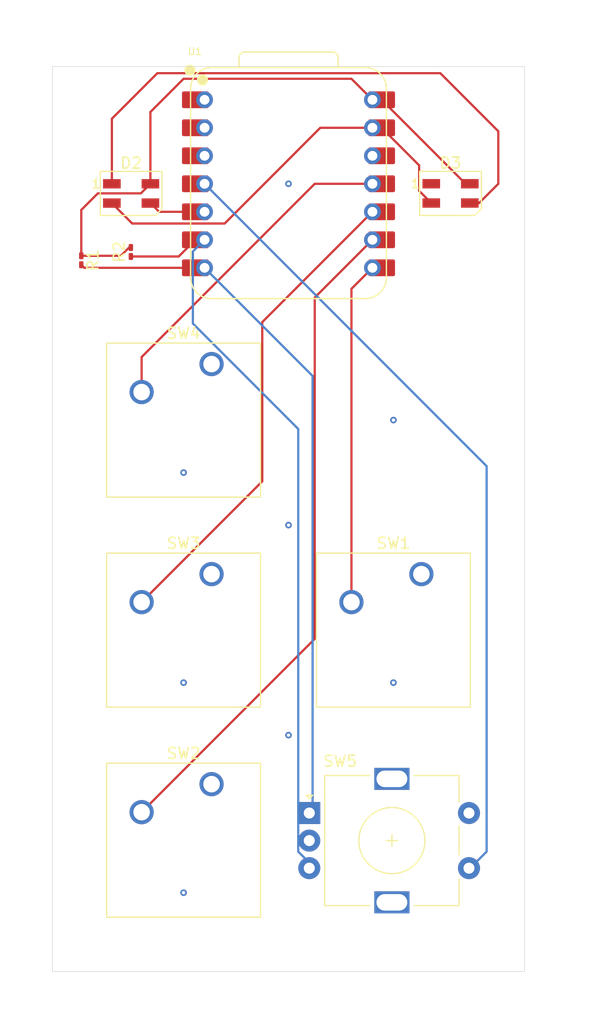
<source format=kicad_pcb>
(kicad_pcb (version 20241229) (generator "pcbnew") (generator_version "9.0")
  (layers (0 "F.Cu" signal) (2 "B.Cu" signal) (13 "F.Paste" user) (15 "B.Paste" user) (5 "F.SilkS" user "F.Silkscreen") (7 "B.SilkS" user "B.Silkscreen") (1 "F.Mask" user) (3 "B.Mask" user) (25 "Edge.Cuts" user))
  (net 0 "")
  (net 1 "Net-(D2-DOUT)")
  (net 2 "GND")
  (net 3 "+5V")
  (net 4 "Net-(D2-DIN)")
  (net 6 "Net-(U1-GPIO1{slash}RX)")
  (net 7 "Net-(U1-GPIO2{slash}SCK)")
  (net 8 "Net-(U1-GPIO4{slash}MISO)")
  (net 9 "Net-(U1-GPIO3{slash}MOSI)")
  (net 10 "Net-(U1-GPIO0{slash}TX)")
  (net 12 "Net-(U1-GPIO7{slash}SCL)")
  (net 14 "Net-(U1-GPIO29{slash}ADC3{slash}A3)")
  (footprint "Button_Switch_Keyboard:SW_Cherry_MX_1.00u_PCB" (layer "F.Cu") (at 131.1275 133.0325)
    (property "Reference" "SW1" (at -2.54 -2.794 0) (layer "F.SilkS"))
    (property "Value" "SW_Push")
    (fp_line (start -9.525 -1.905) (end 4.445 -1.905) (stroke (width 0.12)) (layer "F.SilkS"))
    (fp_line (start -9.525 12.065) (end -9.525 -1.905) (stroke (width 0.12)) (layer "F.SilkS"))
    (fp_line (start 4.445 -1.905) (end 4.445 12.065) (stroke (width 0.12)) (layer "F.SilkS"))
    (fp_line (start 4.445 12.065) (end -9.525 12.065) (stroke (width 0.12)) (layer "F.SilkS"))
    (pad "" np_thru_hole circle (at -7.62 5.08) (size 1.7 1.7) (drill 1.7) (layers "*.Cu" "*.Mask"))
    (pad "" np_thru_hole circle (at -2.54 5.08) (size 4 4) (drill 4) (layers "*.Cu" "*.Mask"))
    (pad "" np_thru_hole circle (at 2.54 5.08) (size 1.7 1.7) (drill 1.7) (layers "*.Cu" "*.Mask"))
    (pad "1" thru_hole circle (at 0 0) (size 2.2 2.2) (drill 1.5) (layers "*.Cu" "*.Mask") (net 2 "GND"))
    (pad "2" thru_hole circle (at -6.35 2.54) (size 2.2 2.2) (drill 1.5) (layers "*.Cu" "*.Mask") (net 6 "Net-(U1-GPIO1{slash}RX)"))
  )
  (footprint "Resistor_SMD:R_0201_0603Metric_Pad0.64x0.40mm_HandSolder" (layer "F.Cu") (at 100.25 104.5675 -90)
    (property "Reference" "R1" (at 0 -1.05 90) (layer "F.SilkS"))
    (property "Value" "10K")
    (pad "1" smd roundrect (at -0.4075 0 270) (size 0.635 0.4) (layers "F.Cu" "F.Mask") (net 3 "+5V"))
    (pad "2" smd roundrect (at 0.4075 0 270) (size 0.635 0.4) (layers "F.Cu" "F.Mask") (net 10 "Net-(U1-GPIO0{slash}TX)"))
  )
  (footprint "Button_Switch_Keyboard:SW_Cherry_MX_1.00u_PCB" (layer "F.Cu") (at 112.0775 152.0825)
    (property "Reference" "SW2" (at -2.54 -2.794 0) (layer "F.SilkS"))
    (property "Value" "SW_Push")
    (fp_line (start -9.525 -1.905) (end 4.445 -1.905) (stroke (width 0.12)) (layer "F.SilkS"))
    (fp_line (start -9.525 12.065) (end -9.525 -1.905) (stroke (width 0.12)) (layer "F.SilkS"))
    (fp_line (start 4.445 -1.905) (end 4.445 12.065) (stroke (width 0.12)) (layer "F.SilkS"))
    (fp_line (start 4.445 12.065) (end -9.525 12.065) (stroke (width 0.12)) (layer "F.SilkS"))
    (pad "" np_thru_hole circle (at -7.62 5.08) (size 1.7 1.7) (drill 1.7) (layers "*.Cu" "*.Mask"))
    (pad "" np_thru_hole circle (at -2.54 5.08) (size 4 4) (drill 4) (layers "*.Cu" "*.Mask"))
    (pad "" np_thru_hole circle (at 2.54 5.08) (size 1.7 1.7) (drill 1.7) (layers "*.Cu" "*.Mask"))
    (pad "1" thru_hole circle (at 0 0) (size 2.2 2.2) (drill 1.5) (layers "*.Cu" "*.Mask") (net 2 "GND"))
    (pad "2" thru_hole circle (at -6.35 2.54) (size 2.2 2.2) (drill 1.5) (layers "*.Cu" "*.Mask") (net 7 "Net-(U1-GPIO2{slash}SCK)"))
  )
  (footprint "LED_SMD:LED_SK6812MINI_PLCC4_3.5x3.5mm_P1.75mm" (layer "F.Cu") (at 133.775 98.5)
    (property "Reference" "D3" (at 0 -2.75 0) (layer "F.SilkS"))
    (property "Value" "SK6812MINI")
    (fp_line (start -2.8 -2) (end -2.8 2) (stroke (width 0.12)) (layer "F.SilkS"))
    (fp_line (start -2.8 -2) (end 2.8 -2) (stroke (width 0.12)) (layer "F.SilkS"))
    (fp_line (start -2.8 2) (end 2.2 2) (stroke (width 0.12)) (layer "F.SilkS"))
    (fp_line (start 2.8 1.4) (end 2.2 2) (stroke (width 0.12)) (layer "F.SilkS"))
    (fp_line (start 2.8 1.4) (end 2.8 -2) (stroke (width 0.12)) (layer "F.SilkS"))
    (fp_text user "1" (at -3.2 -0.875 0) (layer "F.SilkS") (effects (font (size 0.8 0.8))))
    (pad "1" smd rect (at -1.75 -0.875) (size 1.6 0.85) (layers "F.Cu" "F.Mask" "F.Paste"))
    (pad "2" smd rect (at -1.75 0.875) (size 1.6 0.85) (layers "F.Cu" "F.Mask" "F.Paste") (net 2 "GND"))
    (pad "3" smd rect (at 1.75 0.875) (size 1.6 0.85) (layers "F.Cu" "F.Mask" "F.Paste") (net 1 "Net-(D2-DOUT)"))
    (pad "4" smd rect (at 1.75 -0.875) (size 1.6 0.85) (layers "F.Cu" "F.Mask" "F.Paste") (net 3 "+5V"))
  )
  (footprint "Rotary_Encoder:RotaryEncoder_Alps_EC11E-Switch_Vertical_H20mm" (layer "F.Cu") (at 120.95 154.7)
    (property "Reference" "SW5" (at 2.8 -4.7 0) (layer "F.SilkS"))
    (property "Value" "RotaryEncoder_Switch")
    (fp_line (start -0.3 -1.6) (end 0.3 -1.6) (stroke (width 0.12)) (layer "F.SilkS"))
    (fp_line (start 0 -1.3) (end -0.3 -1.6) (stroke (width 0.12)) (layer "F.SilkS"))
    (fp_line (start 0.3 -1.6) (end 0 -1.3) (stroke (width 0.12)) (layer "F.SilkS"))
    (fp_line (start 1.4 -3.4) (end 1.4 8.4) (stroke (width 0.12)) (layer "F.SilkS"))
    (fp_line (start 5.5 -3.4) (end 1.4 -3.4) (stroke (width 0.12)) (layer "F.SilkS"))
    (fp_line (start 5.5 8.4) (end 1.4 8.4) (stroke (width 0.12)) (layer "F.SilkS"))
    (fp_line (start 7 2.5) (end 8 2.5) (stroke (width 0.12)) (layer "F.SilkS"))
    (fp_line (start 7.5 2) (end 7.5 3) (stroke (width 0.12)) (layer "F.SilkS"))
    (fp_line (start 9.5 -3.4) (end 13.6 -3.4) (stroke (width 0.12)) (layer "F.SilkS"))
    (fp_line (start 13.6 -3.4) (end 13.6 -1) (stroke (width 0.12)) (layer "F.SilkS"))
    (fp_line (start 13.6 1.2) (end 13.6 3.8) (stroke (width 0.12)) (layer "F.SilkS"))
    (fp_line (start 13.6 6) (end 13.6 8.4) (stroke (width 0.12)) (layer "F.SilkS"))
    (fp_line (start 13.6 8.4) (end 9.5 8.4) (stroke (width 0.12)) (layer "F.SilkS"))
    (fp_circle (center 7.5 2.5) (end 10.5 2.5) (stroke (width 0.12)) (fill no) (layer "F.SilkS"))
    (pad "A" thru_hole rect (at 0 0) (size 2 2) (drill 1) (layers "*.Cu" "*.Mask") (net 10 "Net-(U1-GPIO0{slash}TX)"))
    (pad "B" thru_hole circle (at 0 5) (size 2 2) (drill 1) (layers "*.Cu" "*.Mask") (net 12 "Net-(U1-GPIO7{slash}SCL)"))
    (pad "C" thru_hole circle (at 0 2.5) (size 2 2) (drill 1) (layers "*.Cu" "*.Mask") (net 2 "GND"))
    (pad "MP" thru_hole rect (at 7.5 -3.1) (size 3.2 2) (drill oval 2.8 1.5) (layers "*.Cu" "*.Mask"))
    (pad "MP" thru_hole rect (at 7.5 8.1) (size 3.2 2) (drill oval 2.8 1.5) (layers "*.Cu" "*.Mask"))
    (pad "S1" thru_hole circle (at 14.5 5) (size 2 2) (drill 1) (layers "*.Cu" "*.Mask") (net 14 "Net-(U1-GPIO29{slash}ADC3{slash}A3)"))
    (pad "S2" thru_hole circle (at 14.5 0) (size 2 2) (drill 1) (layers "*.Cu" "*.Mask") (net 2 "GND"))
  )
  (footprint "OPL:XIAO-RP2040-DIP" (layer "F.Cu") (at 119.0625 97.63125)
    (property "Reference" "U1" (at -8.5 -12 0) (layer "F.SilkS") (effects (font (size 0.635 0.635) (thickness 0.1016))))
    (property "Value" "XIAO-RP2040-DIP")
    (fp_line (start -8.89 8.509) (end -8.89 -8.636) (stroke (width 0.127)) (layer "F.SilkS"))
    (fp_line (start -6.985 10.414) (end 6.985 10.414) (stroke (width 0.127)) (layer "F.SilkS"))
    (fp_line (start -4.495 -10.541) (end -4.491272 -11.451272) (stroke (width 0.127)) (layer "F.SilkS"))
    (fp_line (start -3.991272 -11.951) (end 4.004 -11.951) (stroke (width 0.127)) (layer "F.SilkS"))
    (fp_line (start 4.504 -11.451) (end 4.504 -10.541) (stroke (width 0.127)) (layer "F.SilkS"))
    (fp_line (start 6.985 -10.541) (end -6.985 -10.541) (stroke (width 0.1)) (layer "F.SilkS"))
    (fp_line (start 6.985 -10.541) (end -6.985 -10.541) (stroke (width 0.127)) (layer "F.SilkS"))
    (fp_line (start 8.89 8.509) (end 8.89 -8.636) (stroke (width 0.127)) (layer "F.SilkS"))
    (fp_arc (start -8.89 -8.636) (mid -8.332038 -9.983038) (end -6.985 -10.541) (stroke (width 0.127)) (layer "F.SilkS"))
    (fp_arc (start -6.985 10.414) (mid -8.332038 9.856038) (end -8.89 8.509) (stroke (width 0.127)) (layer "F.SilkS"))
    (fp_arc (start -4.491272 -11.451272) (mid -4.344728 -11.80464) (end -3.991272 -11.951) (stroke (width 0.127)) (layer "F.SilkS"))
    (fp_arc (start 4.004 -11.951) (mid 4.357553 -11.804553) (end 4.504 -11.451) (stroke (width 0.127)) (layer "F.SilkS"))
    (fp_arc (start 6.985 -10.541) (mid 8.332038 -9.983038) (end 8.89 -8.636) (stroke (width 0.127)) (layer "F.SilkS"))
    (fp_arc (start 8.89 8.509) (mid 8.332038 9.856038) (end 6.985 10.414) (stroke (width 0.127)) (layer "F.SilkS"))
    (fp_circle (center -8.95 -10.3) (end -8.95 -10.554) (stroke (width 0.5)) (fill yes) (layer "F.SilkS"))
    (fp_circle (center -7.807 -9.42) (end -7.807 -9.674) (stroke (width 0.5)) (fill yes) (layer "F.SilkS"))
    (pad "1" smd roundrect (at -8.455 -7.62 180) (size 2.432 1.524) (layers "F.Cu" "F.Mask") (roundrect_rratio 0.1))
    (pad "1" thru_hole circle (at -7.62 -7.62 180) (size 1.524 1.524) (drill 0.889) (layers "*.Cu" "*.Mask"))
    (pad "2" smd roundrect (at -8.455 -5.08 180) (size 2.432 1.524) (layers "F.Cu" "F.Mask") (roundrect_rratio 0.1))
    (pad "2" thru_hole circle (at -7.62 -5.08 180) (size 1.524 1.524) (drill 0.889) (layers "*.Cu" "*.Mask"))
    (pad "3" smd roundrect (at -8.455 -2.54 180) (size 2.432 1.524) (layers "F.Cu" "F.Mask") (roundrect_rratio 0.1))
    (pad "3" thru_hole circle (at -7.62 -2.54 180) (size 1.524 1.524) (drill 0.889) (layers "*.Cu" "*.Mask"))
    (pad "4" smd roundrect (at -8.455 0 180) (size 2.432 1.524) (layers "F.Cu" "F.Mask") (roundrect_rratio 0.1) (net 14 "Net-(U1-GPIO29{slash}ADC3{slash}A3)"))
    (pad "4" thru_hole circle (at -7.62 0 180) (size 1.524 1.524) (drill 0.889) (layers "*.Cu" "*.Mask") (net 14 "Net-(U1-GPIO29{slash}ADC3{slash}A3)"))
    (pad "5" smd roundrect (at -8.455 2.54 180) (size 2.432 1.524) (layers "F.Cu" "F.Mask") (roundrect_rratio 0.1) (net 4 "Net-(D2-DIN)"))
    (pad "5" thru_hole circle (at -7.62 2.54 180) (size 1.524 1.524) (drill 0.889) (layers "*.Cu" "*.Mask") (net 4 "Net-(D2-DIN)"))
    (pad "6" smd roundrect (at -8.455 5.08 180) (size 2.432 1.524) (layers "F.Cu" "F.Mask") (roundrect_rratio 0.1) (net 12 "Net-(U1-GPIO7{slash}SCL)"))
    (pad "6" thru_hole circle (at -7.62 5.08 180) (size 1.524 1.524) (drill 0.889) (layers "*.Cu" "*.Mask") (net 12 "Net-(U1-GPIO7{slash}SCL)"))
    (pad "7" smd roundrect (at -8.455 7.62 180) (size 2.432 1.524) (layers "F.Cu" "F.Mask") (roundrect_rratio 0.1) (net 10 "Net-(U1-GPIO0{slash}TX)"))
    (pad "7" thru_hole circle (at -7.62 7.62 180) (size 1.524 1.524) (drill 0.889) (layers "*.Cu" "*.Mask") (net 10 "Net-(U1-GPIO0{slash}TX)"))
    (pad "8" thru_hole circle (at 7.62 7.62) (size 1.524 1.524) (drill 0.889) (layers "*.Cu" "*.Mask") (net 6 "Net-(U1-GPIO1{slash}RX)"))
    (pad "8" smd roundrect (at 8.455 7.62) (size 2.432 1.524) (layers "F.Cu" "F.Mask") (roundrect_rratio 0.1) (net 6 "Net-(U1-GPIO1{slash}RX)"))
    (pad "9" thru_hole circle (at 7.62 5.08) (size 1.524 1.524) (drill 0.889) (layers "*.Cu" "*.Mask") (net 7 "Net-(U1-GPIO2{slash}SCK)"))
    (pad "9" smd roundrect (at 8.455 5.08) (size 2.432 1.524) (layers "F.Cu" "F.Mask") (roundrect_rratio 0.1) (net 7 "Net-(U1-GPIO2{slash}SCK)"))
    (pad "10" thru_hole circle (at 7.62 2.54) (size 1.524 1.524) (drill 0.889) (layers "*.Cu" "*.Mask") (net 8 "Net-(U1-GPIO4{slash}MISO)"))
    (pad "10" smd roundrect (at 8.455 2.54) (size 2.432 1.524) (layers "F.Cu" "F.Mask") (roundrect_rratio 0.1) (net 8 "Net-(U1-GPIO4{slash}MISO)"))
    (pad "11" thru_hole circle (at 7.62 0) (size 1.524 1.524) (drill 0.889) (layers "*.Cu" "*.Mask") (net 9 "Net-(U1-GPIO3{slash}MOSI)"))
    (pad "11" smd roundrect (at 8.455 0) (size 2.432 1.524) (layers "F.Cu" "F.Mask") (roundrect_rratio 0.1) (net 9 "Net-(U1-GPIO3{slash}MOSI)"))
    (pad "12" thru_hole circle (at 7.62 -2.54) (size 1.524 1.524) (drill 0.889) (layers "*.Cu" "*.Mask"))
    (pad "12" smd roundrect (at 8.455 -2.54) (size 2.432 1.524) (layers "F.Cu" "F.Mask") (roundrect_rratio 0.1))
    (pad "13" thru_hole circle (at 7.62 -5.08) (size 1.524 1.524) (drill 0.889) (layers "*.Cu" "*.Mask") (net 2 "GND"))
    (pad "13" smd roundrect (at 8.455 -5.08) (size 2.432 1.524) (layers "F.Cu" "F.Mask") (roundrect_rratio 0.1) (net 2 "GND"))
    (pad "14" thru_hole circle (at 7.62 -7.62) (size 1.524 1.524) (drill 0.889) (layers "*.Cu" "*.Mask") (net 3 "+5V"))
    (pad "14" smd roundrect (at 8.455 -7.62) (size 2.432 1.524) (layers "F.Cu" "F.Mask") (roundrect_rratio 0.1) (net 3 "+5V"))
  )
  (footprint "Button_Switch_Keyboard:SW_Cherry_MX_1.00u_PCB" (layer "F.Cu") (at 112.0775 113.9825)
    (property "Reference" "SW4" (at -2.54 -2.794 0) (layer "F.SilkS"))
    (property "Value" "SW_Push")
    (fp_line (start -9.525 -1.905) (end 4.445 -1.905) (stroke (width 0.12)) (layer "F.SilkS"))
    (fp_line (start -9.525 12.065) (end -9.525 -1.905) (stroke (width 0.12)) (layer "F.SilkS"))
    (fp_line (start 4.445 -1.905) (end 4.445 12.065) (stroke (width 0.12)) (layer "F.SilkS"))
    (fp_line (start 4.445 12.065) (end -9.525 12.065) (stroke (width 0.12)) (layer "F.SilkS"))
    (pad "" np_thru_hole circle (at -7.62 5.08) (size 1.7 1.7) (drill 1.7) (layers "*.Cu" "*.Mask"))
    (pad "" np_thru_hole circle (at -2.54 5.08) (size 4 4) (drill 4) (layers "*.Cu" "*.Mask"))
    (pad "" np_thru_hole circle (at 2.54 5.08) (size 1.7 1.7) (drill 1.7) (layers "*.Cu" "*.Mask"))
    (pad "1" thru_hole circle (at 0 0) (size 2.2 2.2) (drill 1.5) (layers "*.Cu" "*.Mask") (net 2 "GND"))
    (pad "2" thru_hole circle (at -6.35 2.54) (size 2.2 2.2) (drill 1.5) (layers "*.Cu" "*.Mask") (net 9 "Net-(U1-GPIO3{slash}MOSI)"))
  )
  (footprint "LED_SMD:LED_SK6812MINI_PLCC4_3.5x3.5mm_P1.75mm" (layer "F.Cu") (at 104.775 98.50625)
    (property "Reference" "D2" (at 0 -2.75 0) (layer "F.SilkS"))
    (property "Value" "SK6812MINI")
    (fp_line (start -2.8 -2) (end -2.8 2) (stroke (width 0.12)) (layer "F.SilkS"))
    (fp_line (start -2.8 -2) (end 2.8 -2) (stroke (width 0.12)) (layer "F.SilkS"))
    (fp_line (start -2.8 2) (end 2.2 2) (stroke (width 0.12)) (layer "F.SilkS"))
    (fp_line (start 2.8 1.4) (end 2.2 2) (stroke (width 0.12)) (layer "F.SilkS"))
    (fp_line (start 2.8 1.4) (end 2.8 -2) (stroke (width 0.12)) (layer "F.SilkS"))
    (fp_text user "1" (at -3.2 -0.875 0) (layer "F.SilkS") (effects (font (size 0.8 0.8))))
    (pad "1" smd rect (at -1.75 -0.875) (size 1.6 0.85) (layers "F.Cu" "F.Mask" "F.Paste") (net 1 "Net-(D2-DOUT)"))
    (pad "2" smd rect (at -1.75 0.875) (size 1.6 0.85) (layers "F.Cu" "F.Mask" "F.Paste") (net 2 "GND"))
    (pad "3" smd rect (at 1.75 0.875) (size 1.6 0.85) (layers "F.Cu" "F.Mask" "F.Paste") (net 4 "Net-(D2-DIN)"))
    (pad "4" smd rect (at 1.75 -0.875) (size 1.6 0.85) (layers "F.Cu" "F.Mask" "F.Paste") (net 3 "+5V"))
  )
  (footprint "Button_Switch_Keyboard:SW_Cherry_MX_1.00u_PCB" (layer "F.Cu") (at 112.0775 133.0325)
    (property "Reference" "SW3" (at -2.54 -2.794 0) (layer "F.SilkS"))
    (property "Value" "SW_Push")
    (fp_line (start -9.525 -1.905) (end 4.445 -1.905) (stroke (width 0.12)) (layer "F.SilkS"))
    (fp_line (start -9.525 12.065) (end -9.525 -1.905) (stroke (width 0.12)) (layer "F.SilkS"))
    (fp_line (start 4.445 -1.905) (end 4.445 12.065) (stroke (width 0.12)) (layer "F.SilkS"))
    (fp_line (start 4.445 12.065) (end -9.525 12.065) (stroke (width 0.12)) (layer "F.SilkS"))
    (pad "" np_thru_hole circle (at -7.62 5.08) (size 1.7 1.7) (drill 1.7) (layers "*.Cu" "*.Mask"))
    (pad "" np_thru_hole circle (at -2.54 5.08) (size 4 4) (drill 4) (layers "*.Cu" "*.Mask"))
    (pad "" np_thru_hole circle (at 2.54 5.08) (size 1.7 1.7) (drill 1.7) (layers "*.Cu" "*.Mask"))
    (pad "1" thru_hole circle (at 0 0) (size 2.2 2.2) (drill 1.5) (layers "*.Cu" "*.Mask") (net 2 "GND"))
    (pad "2" thru_hole circle (at -6.35 2.54) (size 2.2 2.2) (drill 1.5) (layers "*.Cu" "*.Mask") (net 8 "Net-(U1-GPIO4{slash}MISO)"))
  )
  (footprint "Resistor_SMD:R_0201_0603Metric_Pad0.64x0.40mm_HandSolder" (layer "F.Cu") (at 104.75 103.8175 90)
    (property "Reference" "R2" (at 0 -1.05 90) (layer "F.SilkS"))
    (property "Value" "10k")
    (pad "1" smd roundrect (at -0.4075 0 90) (size 0.635 0.4) (layers "F.Cu" "F.Mask") (net 12 "Net-(U1-GPIO7{slash}SCL)"))
    (pad "2" smd roundrect (at 0.4075 0 90) (size 0.635 0.4) (layers "F.Cu" "F.Mask") (net 3 "+5V"))
  )
  (gr_rect (start 97.63125 87) (end 140.49375 169.06875) (stroke (width 0.05)) (fill no) (layer "Edge.Cuts"))
  (via (at 109.5375 161.925) (size 0.6) (drill 0.3) (layers "F.Cu" "B.Cu") (net 0))
  (via (at 128.5875 142.875) (size 0.6) (drill 0.3) (layers "F.Cu" "B.Cu") (net 0))
  (via (at 128.5875 119.0625) (size 0.6) (drill 0.3) (layers "F.Cu" "B.Cu") (net 0))
  (via (at 119.0625 128.5875) (size 0.6) (drill 0.3) (layers "F.Cu" "B.Cu") (net 0))
  (via (at 109.5375 123.825) (size 0.6) (drill 0.3) (layers "F.Cu" "B.Cu") (net 0))
  (via (at 119.0625 147.6375) (size 0.6) (drill 0.3) (layers "F.Cu" "B.Cu") (net 0))
  (via (at 109.5375 142.875) (size 0.6) (drill 0.3) (layers "F.Cu" "B.Cu") (net 0))
  (via (at 119.0625 97.63125) (size 0.6) (drill 0.3) (layers "F.Cu" "B.Cu") (net 0))
  (segment (start 132.84475 87.601) (end 138.1125 92.86875) (width 0.2) (layer "F.Cu") (net 1))
  (segment (start 136.36875 99.375) (end 135.525 99.375) (width 0.2) (layer "F.Cu") (net 1))
  (segment (start 138.1125 97.63125) (end 136.36875 99.375) (width 0.2) (layer "F.Cu") (net 1))
  (segment (start 103.025 97.63125) (end 103.025 91.73225) (width 0.2) (layer "F.Cu") (net 1))
  (segment (start 103.025 91.73225) (end 107.15625 87.601) (width 0.2) (layer "F.Cu") (net 1))
  (segment (start 107.15625 87.601) (end 132.84475 87.601) (width 0.2) (layer "F.Cu") (net 1))
  (segment (start 138.1125 92.86875) (end 138.1125 97.63125) (width 0.2) (layer "F.Cu") (net 1))
  (segment (start 104.878 101.23425) (end 113.26575 101.23425) (width 0.2) (layer "F.Cu") (net 2))
  (segment (start 103.025 99.38125) (end 104.878 101.23425) (width 0.2) (layer "F.Cu") (net 2))
  (segment (start 130.924 98.274) (end 130.924 95.95775) (width 0.2) (layer "F.Cu") (net 2))
  (segment (start 121.94875 92.55125) (end 126.6825 92.55125) (width 0.2) (layer "F.Cu") (net 2))
  (segment (start 132.025 99.375) (end 130.924 98.274) (width 0.2) (layer "F.Cu") (net 2))
  (segment (start 113.26575 101.23425) (end 121.94875 92.55125) (width 0.2) (layer "F.Cu") (net 2))
  (segment (start 130.924 95.95775) (end 127.5175 92.55125) (width 0.2) (layer "F.Cu") (net 2))
  (segment (start 100.25 100) (end 100.25 104.16) (width 0.2) (layer "F.Cu") (net 3))
  (segment (start 106.525 97.63125) (end 106.525 91.11875) (width 0.2) (layer "F.Cu") (net 3))
  (segment (start 104.59 103.41) (end 104.75 103.41) (width 0.2) (layer "F.Cu") (net 3))
  (segment (start 127.5175 90.01125) (end 135.13125 97.625) (width 0.2) (layer "F.Cu") (net 3))
  (segment (start 106.525 91.11875) (end 109.5375 88.10625) (width 0.2) (layer "F.Cu") (net 3))
  (segment (start 103.84 104.16) (end 104.59 103.41) (width 0.2) (layer "F.Cu") (net 3))
  (segment (start 106.525 97.63125) (end 105.65625 98.5) (width 0.2) (layer "F.Cu") (net 3))
  (segment (start 100.25 104.16) (end 103.84 104.16) (width 0.2) (layer "F.Cu") (net 3))
  (segment (start 105.65625 98.5) (end 101.75 98.5) (width 0.2) (layer "F.Cu") (net 3))
  (segment (start 135.13125 97.625) (end 135.525 97.625) (width 0.2) (layer "F.Cu") (net 3))
  (segment (start 109.5375 88.10625) (end 124.7775 88.10625) (width 0.2) (layer "F.Cu") (net 3))
  (segment (start 124.7775 88.10625) (end 126.6825 90.01125) (width 0.2) (layer "F.Cu") (net 3))
  (segment (start 101.75 98.5) (end 100.25 100) (width 0.2) (layer "F.Cu") (net 3))
  (segment (start 110.6075 100.17125) (end 107.315 100.17125) (width 0.2) (layer "F.Cu") (net 4))
  (segment (start 107.315 100.17125) (end 106.525 99.38125) (width 0.2) (layer "F.Cu") (net 4))
  (segment (start 124.7775 135.5725) (end 124.7775 107.15625) (width 0.2) (layer "F.Cu") (net 6))
  (segment (start 124.7775 107.15625) (end 126.6825 105.25125) (width 0.2) (layer "F.Cu") (net 6))
  (segment (start 126.6825 102.71125) (end 121.44375 107.95) (width 0.2) (layer "F.Cu") (net 7))
  (segment (start 121.44375 138.90625) (end 105.7275 154.6225) (width 0.2) (layer "F.Cu") (net 7))
  (segment (start 121.44375 107.95) (end 121.44375 138.90625) (width 0.2) (layer "F.Cu") (net 7))
  (segment (start 116.68125 124.61875) (end 105.7275 135.5725) (width 0.2) (layer "F.Cu") (net 8))
  (segment (start 116.68125 110.1725) (end 116.68125 124.61875) (width 0.2) (layer "F.Cu") (net 8))
  (segment (start 126.6825 100.17125) (end 116.68125 110.1725) (width 0.2) (layer "F.Cu") (net 8))
  (segment (start 105.7275 113.3475) (end 121.44375 97.63125) (width 0.2) (layer "F.Cu") (net 9))
  (segment (start 121.44375 97.63125) (end 126.6825 97.63125) (width 0.2) (layer "F.Cu") (net 9))
  (segment (start 105.7275 116.5225) (end 105.7275 113.3475) (width 0.2) (layer "F.Cu") (net 9))
  (segment (start 100.52625 105.25125) (end 110.6075 105.25125) (width 0.2) (layer "F.Cu") (net 10))
  (segment (start 100.25 104.975) (end 100.52625 105.25125) (width 0.2) (layer "F.Cu") (net 10))
  (segment (start 111.4425 105.25125) (end 121.25 115.05875) (width 0.2) (layer "B.Cu") (net 10))
  (segment (start 121.25 115.05875) (end 121.25 154.5) (width 0.2) (layer "B.Cu") (net 10))
  (segment (start 109.09375 104.225) (end 110.6075 102.71125) (width 0.2) (layer "F.Cu") (net 12))
  (segment (start 104.75 104.225) (end 109.09375 104.225) (width 0.2) (layer "F.Cu") (net 12))
  (segment (start 111.4425 102.71125) (end 110.3795 103.77425) (width 0.2) (layer "B.Cu") (net 12))
  (segment (start 110.3795 103.77425) (end 110.3795 110.303186) (width 0.2) (layer "B.Cu") (net 12))
  (segment (start 119.949 158.199) (end 121.25 159.5) (width 0.2) (layer "B.Cu") (net 12))
  (segment (start 119.949 119.872686) (end 119.949 158.199) (width 0.2) (layer "B.Cu") (net 12))
  (segment (start 110.3795 110.303186) (end 119.949 119.872686) (width 0.2) (layer "B.Cu") (net 12))
  (segment (start 137.051 158.199) (end 135.75 159.5) (width 0.2) (layer "B.Cu") (net 14))
  (segment (start 137.051 123.23975) (end 137.051 158.199) (width 0.2) (layer "B.Cu") (net 14))
  (segment (start 111.4425 97.63125) (end 137.051 123.23975) (width 0.2) (layer "B.Cu") (net 14))
)
</source>
